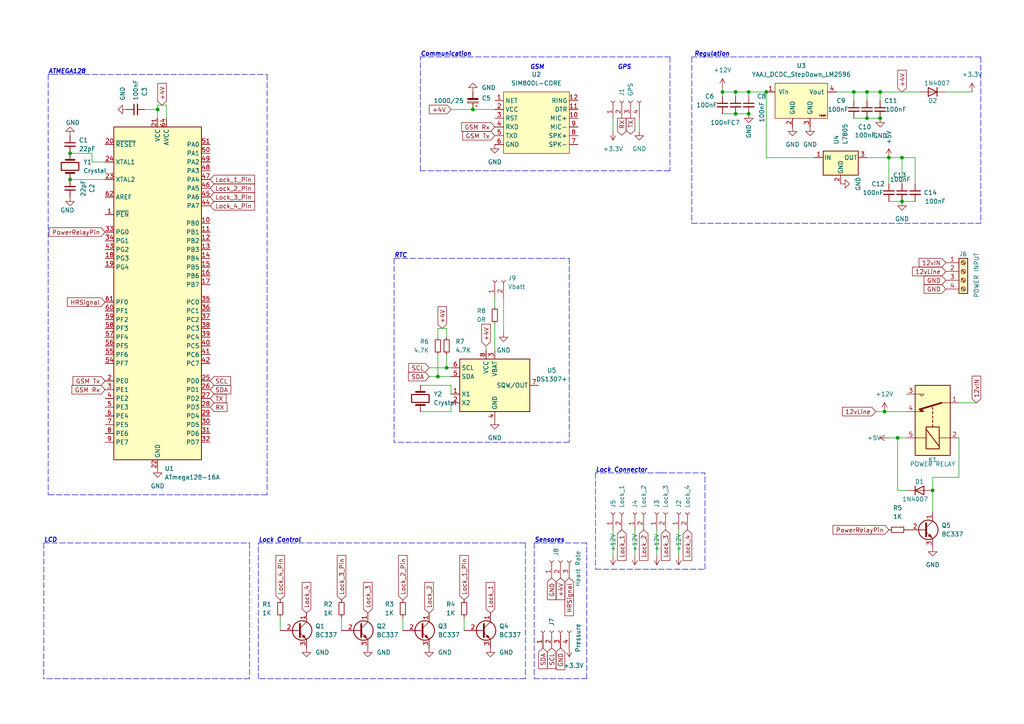
<source format=kicad_sch>
(kicad_sch (version 20211123) (generator eeschema)
  (paper "A4")
  (lib_symbols
    (symbol "Connector:Conn_01x02_Female" (pin_names (offset 1.016) hide)
      (property "Reference" "J" (at 0 2.54 0))
      (property "Value" "Conn_01x02_Female" (at 0 -5.08 0))
      (symbol "Conn_01x02_Female_1_1"
        (arc (start 0 -2.032) (mid -0.508 -2.54) (end 0 -3.048) (stroke (width 0.1524)))
        (polyline (pts (xy -1.27 -2.54) (xy -0.508 -2.54)) (stroke (width 0.1524)))
        (polyline (pts (xy -1.27 0) (xy -0.508 0)) (stroke (width 0.1524)))
        (arc (start 0 0.508) (mid -0.508 0) (end 0 -0.508) (stroke (width 0.1524)))
        (pin passive line (at -5.08 0 0) (length 3.81) (name "Pin_1") (number "1"))
        (pin passive line (at -5.08 -2.54 0) (length 3.81) (name "Pin_2") (number "2"))
      )
    )
    (symbol "Connector:Conn_01x03_Female" (pin_names (offset 1.016) hide)
      (property "Reference" "J" (at 0 5.08 0))
      (property "Value" "Conn_01x03_Female" (at 0 -5.08 0))
      (symbol "Conn_01x03_Female_1_1"
        (arc (start 0 -2.032) (mid -0.508 -2.54) (end 0 -3.048) (stroke (width 0.1524)))
        (polyline (pts (xy -1.27 -2.54) (xy -0.508 -2.54)) (stroke (width 0.1524)))
        (polyline (pts (xy -1.27 0) (xy -0.508 0)) (stroke (width 0.1524)))
        (polyline (pts (xy -1.27 2.54) (xy -0.508 2.54)) (stroke (width 0.1524)))
        (arc (start 0 0.508) (mid -0.508 0) (end 0 -0.508) (stroke (width 0.1524)))
        (arc (start 0 3.048) (mid -0.508 2.54) (end 0 2.032) (stroke (width 0.1524)))
        (pin passive line (at -5.08 2.54 0) (length 3.81) (name "Pin_1") (number "1"))
        (pin passive line (at -5.08 0 0) (length 3.81) (name "Pin_2") (number "2"))
        (pin passive line (at -5.08 -2.54 0) (length 3.81) (name "Pin_3") (number "3"))
      )
    )
    (symbol "Connector:Conn_01x04_Female" (pin_names (offset 1.016) hide)
      (property "Reference" "J" (at 0 5.08 0))
      (property "Value" "Conn_01x04_Female" (at 0 -7.62 0))
      (symbol "Conn_01x04_Female_1_1"
        (arc (start 0 -4.572) (mid -0.508 -5.08) (end 0 -5.588) (stroke (width 0.1524)))
        (arc (start 0 -2.032) (mid -0.508 -2.54) (end 0 -3.048) (stroke (width 0.1524)))
        (polyline (pts (xy -1.27 -5.08) (xy -0.508 -5.08)) (stroke (width 0.1524)))
        (polyline (pts (xy -1.27 -2.54) (xy -0.508 -2.54)) (stroke (width 0.1524)))
        (polyline (pts (xy -1.27 0) (xy -0.508 0)) (stroke (width 0.1524)))
        (polyline (pts (xy -1.27 2.54) (xy -0.508 2.54)) (stroke (width 0.1524)))
        (arc (start 0 0.508) (mid -0.508 0) (end 0 -0.508) (stroke (width 0.1524)))
        (arc (start 0 3.048) (mid -0.508 2.54) (end 0 2.032) (stroke (width 0.1524)))
        (pin passive line (at -5.08 2.54 0) (length 3.81) (name "Pin_1") (number "1"))
        (pin passive line (at -5.08 0 0) (length 3.81) (name "Pin_2") (number "2"))
        (pin passive line (at -5.08 -2.54 0) (length 3.81) (name "Pin_3") (number "3"))
        (pin passive line (at -5.08 -5.08 0) (length 3.81) (name "Pin_4") (number "4"))
      )
    )
    (symbol "Connector:Screw_Terminal_01x04" (pin_names (offset 1.016) hide)
      (property "Reference" "J" (at 0 5.08 0))
      (property "Value" "Screw_Terminal_01x04" (at 0 -7.62 0))
      (symbol "Screw_Terminal_01x04_1_1"
        (rectangle (start -1.27 3.81) (end 1.27 -6.35) (stroke (width 0.254)) (fill (type background)))
        (circle (center 0 -5.08) (radius 0.635) (stroke (width 0.1524)))
        (circle (center 0 -2.54) (radius 0.635) (stroke (width 0.1524)))
        (polyline (pts (xy -0.5334 -4.7498) (xy 0.3302 -5.588)) (stroke (width 0.1524)))
        (polyline (pts (xy -0.5334 -2.2098) (xy 0.3302 -3.048)) (stroke (width 0.1524)))
        (polyline (pts (xy -0.5334 0.3302) (xy 0.3302 -0.508)) (stroke (width 0.1524)))
        (polyline (pts (xy -0.5334 2.8702) (xy 0.3302 2.032)) (stroke (width 0.1524)))
        (polyline (pts (xy -0.3556 -4.572) (xy 0.508 -5.4102)) (stroke (width 0.1524)))
        (polyline (pts (xy -0.3556 -2.032) (xy 0.508 -2.8702)) (stroke (width 0.1524)))
        (polyline (pts (xy -0.3556 0.508) (xy 0.508 -0.3302)) (stroke (width 0.1524)))
        (polyline (pts (xy -0.3556 3.048) (xy 0.508 2.2098)) (stroke (width 0.1524)))
        (circle (center 0 0) (radius 0.635) (stroke (width 0.1524)))
        (circle (center 0 2.54) (radius 0.635) (stroke (width 0.1524)))
        (pin passive line (at -5.08 2.54 0) (length 3.81) (name "Pin_1") (number "1"))
        (pin passive line (at -5.08 0 0) (length 3.81) (name "Pin_2") (number "2"))
        (pin passive line (at -5.08 -2.54 0) (length 3.81) (name "Pin_3") (number "3"))
        (pin passive line (at -5.08 -5.08 0) (length 3.81) (name "Pin_4") (number "4"))
      )
    )
    (symbol "Device:C_Polarized_Small" (pin_numbers hide) (pin_names (offset 0.254) hide)
      (property "Reference" "C" (at 0.254 1.778 0))
      (property "Value" "C_Polarized_Small" (at 0.254 -2.032 0))
      (symbol "C_Polarized_Small_0_1"
        (rectangle (start -1.524 -0.3048) (end 1.524 -0.6858) (fill (type outline)))
        (rectangle (start -1.524 0.6858) (end 1.524 0.3048))
        (polyline (pts (xy -1.27 1.524) (xy -0.762 1.524)))
        (polyline (pts (xy -1.016 1.27) (xy -1.016 1.778)))
      )
      (symbol "C_Polarized_Small_1_1"
        (pin passive line (at 0 2.54 270) (length 1.8542) (name "~") (number "1"))
        (pin passive line (at 0 -2.54 90) (length 1.8542) (name "~") (number "2"))
      )
    )
    (symbol "Device:C_Small" (pin_numbers hide) (pin_names (offset 0.254) hide)
      (property "Reference" "C" (at 0.254 1.778 0))
      (property "Value" "C_Small" (at 0.254 -2.032 0))
      (symbol "C_Small_0_1"
        (polyline (pts (xy -1.524 -0.508) (xy 1.524 -0.508)) (stroke (width 0.3302)))
        (polyline (pts (xy -1.524 0.508) (xy 1.524 0.508)) (stroke (width 0.3048)))
      )
      (symbol "C_Small_1_1"
        (pin passive line (at 0 2.54 270) (length 2.032) (name "~") (number "1"))
        (pin passive line (at 0 -2.54 90) (length 2.032) (name "~") (number "2"))
      )
    )
    (symbol "Device:Crystal" (pin_numbers hide) (pin_names (offset 1.016) hide)
      (property "Reference" "Y" (at 0 3.81 0))
      (property "Value" "Crystal" (at 0 -3.81 0))
      (symbol "Crystal_0_1"
        (rectangle (start -1.143 2.54) (end 1.143 -2.54) (stroke (width 0.3048)))
        (polyline (pts (xy -2.54 0) (xy -1.905 0)))
        (polyline (pts (xy -1.905 -1.27) (xy -1.905 1.27)) (stroke (width 0.508)))
        (polyline (pts (xy 1.905 -1.27) (xy 1.905 1.27)) (stroke (width 0.508)))
        (polyline (pts (xy 2.54 0) (xy 1.905 0)))
      )
      (symbol "Crystal_1_1"
        (pin passive line (at -3.81 0 0) (length 1.27) (name "1") (number "1"))
        (pin passive line (at 3.81 0 180) (length 1.27) (name "2") (number "2"))
      )
    )
    (symbol "Device:R_Small" (pin_numbers hide) (pin_names (offset 0.254) hide)
      (property "Reference" "R" (at 0.762 0.508 0))
      (property "Value" "R_Small" (at 0.762 -1.016 0))
      (symbol "R_Small_0_1"
        (rectangle (start -0.762 1.778) (end 0.762 -1.778) (stroke (width 0.2032)))
      )
      (symbol "R_Small_1_1"
        (pin passive line (at 0 2.54 270) (length 0.762) (name "~") (number "1"))
        (pin passive line (at 0 -2.54 90) (length 0.762) (name "~") (number "2"))
      )
    )
    (symbol "Diode:1N4007" (pin_numbers hide) (pin_names (offset 1.016) hide)
      (property "Reference" "D" (at 0 2.54 0))
      (property "Value" "1N4007" (at 0 -2.54 0))
      (symbol "1N4007_0_1"
        (polyline (pts (xy -1.27 1.27) (xy -1.27 -1.27)) (stroke (width 0.254)))
        (polyline (pts (xy 1.27 0) (xy -1.27 0)))
        (polyline (pts (xy 1.27 1.27) (xy 1.27 -1.27) (xy -1.27 0) (xy 1.27 1.27)) (stroke (width 0.254)))
      )
      (symbol "1N4007_1_1"
        (pin passive line (at -3.81 0 0) (length 2.54) (name "K") (number "1"))
        (pin passive line (at 3.81 0 180) (length 2.54) (name "A") (number "2"))
      )
    )
    (symbol "GSM:SIM800L-CORE"
      (property "Reference" "U" (at -7.62 8.89 0))
      (property "Value" "SIM800L-CORE" (at 0 -12.7 0))
      (symbol "SIM800L-CORE_0_1"
        (rectangle (start -8.89 7.62) (end 10.16 -10.16) (stroke (width 0.1524)) (fill (type background)))
      )
      (symbol "SIM800L-CORE_1_1"
        (pin bidirectional line (at -11.43 5.08 0) (length 2.54) (name "NET") (number "1"))
        (pin output line (at 12.7 0 180) (length 2.54) (name "MIC+") (number "10"))
        (pin passive line (at 12.7 2.54 180) (length 2.54) (name "DTR") (number "11"))
        (pin output line (at 12.7 5.08 180) (length 2.54) (name "RING") (number "12"))
        (pin power_in line (at -11.43 2.54 0) (length 2.54) (name "VCC") (number "2"))
        (pin input line (at -11.43 0 0) (length 2.54) (name "RST") (number "3"))
        (pin input line (at -11.43 -2.54 0) (length 2.54) (name "RXD") (number "4"))
        (pin output line (at -11.43 -5.08 0) (length 2.54) (name "TXD") (number "5"))
        (pin power_in line (at -11.43 -7.62 0) (length 2.54) (name "GND") (number "6"))
        (pin output line (at 12.7 -7.62 180) (length 2.54) (name "SPK-") (number "7"))
        (pin output line (at 12.7 -5.08 180) (length 2.54) (name "SPK+") (number "8"))
        (pin output line (at 12.7 -2.54 180) (length 2.54) (name "MIC-") (number "9"))
      )
    )
    (symbol "MCU_Microchip_ATmega:ATmega128-16A"
      (property "Reference" "U" (at -12.7 49.53 0))
      (property "Value" "ATmega128-16A" (at 2.54 -49.53 0))
      (symbol "ATmega128-16A_0_1"
        (rectangle (start -12.7 -48.26) (end 12.7 48.26) (stroke (width 0.254)) (fill (type background)))
      )
      (symbol "ATmega128-16A_1_1"
        (pin input line (at -15.24 22.86 0) (length 2.54) (name "~{PEN}") (number "1"))
        (pin bidirectional line (at 15.24 20.32 180) (length 2.54) (name "PB0") (number "10"))
        (pin bidirectional line (at 15.24 17.78 180) (length 2.54) (name "PB1") (number "11"))
        (pin bidirectional line (at 15.24 15.24 180) (length 2.54) (name "PB2") (number "12"))
        (pin bidirectional line (at 15.24 12.7 180) (length 2.54) (name "PB3") (number "13"))
        (pin bidirectional line (at 15.24 10.16 180) (length 2.54) (name "PB4") (number "14"))
        (pin bidirectional line (at 15.24 7.62 180) (length 2.54) (name "PB5") (number "15"))
        (pin bidirectional line (at 15.24 5.08 180) (length 2.54) (name "PB6") (number "16"))
        (pin bidirectional line (at 15.24 2.54 180) (length 2.54) (name "PB7") (number "17"))
        (pin bidirectional line (at -15.24 10.16 0) (length 2.54) (name "PG3") (number "18"))
        (pin bidirectional line (at -15.24 7.62 0) (length 2.54) (name "PG4") (number "19"))
        (pin bidirectional line (at -15.24 -25.4 0) (length 2.54) (name "PE0") (number "2"))
        (pin input line (at -15.24 43.18 0) (length 2.54) (name "~{RESET}") (number "20"))
        (pin power_in line (at 0 50.8 270) (length 2.54) (name "VCC") (number "21"))
        (pin power_in line (at 0 -50.8 90) (length 2.54) (name "GND") (number "22"))
        (pin output line (at -15.24 33.02 0) (length 2.54) (name "XTAL2") (number "23"))
        (pin input line (at -15.24 38.1 0) (length 2.54) (name "XTAL1") (number "24"))
        (pin bidirectional line (at 15.24 -25.4 180) (length 2.54) (name "PD0") (number "25"))
        (pin bidirectional line (at 15.24 -27.94 180) (length 2.54) (name "PD1") (number "26"))
        (pin bidirectional line (at 15.24 -30.48 180) (length 2.54) (name "PD2") (number "27"))
        (pin bidirectional line (at 15.24 -33.02 180) (length 2.54) (name "PD3") (number "28"))
        (pin bidirectional line (at 15.24 -35.56 180) (length 2.54) (name "PD4") (number "29"))
        (pin bidirectional line (at -15.24 -27.94 0) (length 2.54) (name "PE1") (number "3"))
        (pin bidirectional line (at 15.24 -38.1 180) (length 2.54) (name "PD5") (number "30"))
        (pin bidirectional line (at 15.24 -40.64 180) (length 2.54) (name "PD6") (number "31"))
        (pin bidirectional line (at 15.24 -43.18 180) (length 2.54) (name "PD7") (number "32"))
        (pin bidirectional line (at -15.24 17.78 0) (length 2.54) (name "PG0") (number "33"))
        (pin bidirectional line (at -15.24 15.24 0) (length 2.54) (name "PG1") (number "34"))
        (pin bidirectional line (at 15.24 -2.54 180) (length 2.54) (name "PC0") (number "35"))
        (pin bidirectional line (at 15.24 -5.08 180) (length 2.54) (name "PC1") (number "36"))
        (pin bidirectional line (at 15.24 -7.62 180) (length 2.54) (name "PC2") (number "37"))
        (pin bidirectional line (at 15.24 -10.16 180) (length 2.54) (name "PC3") (number "38"))
        (pin bidirectional line (at 15.24 -12.7 180) (length 2.54) (name "PC4") (number "39"))
        (pin bidirectional line (at -15.24 -30.48 0) (length 2.54) (name "PE2") (number "4"))
        (pin bidirectional line (at 15.24 -15.24 180) (length 2.54) (name "PC5") (number "40"))
        (pin bidirectional line (at 15.24 -17.78 180) (length 2.54) (name "PC6") (number "41"))
        (pin bidirectional line (at 15.24 -20.32 180) (length 2.54) (name "PC7") (number "42"))
        (pin bidirectional line (at -15.24 12.7 0) (length 2.54) (name "PG2") (number "43"))
        (pin bidirectional line (at 15.24 25.4 180) (length 2.54) (name "PA7") (number "44"))
        (pin bidirectional line (at 15.24 27.94 180) (length 2.54) (name "PA6") (number "45"))
        (pin bidirectional line (at 15.24 30.48 180) (length 2.54) (name "PA5") (number "46"))
        (pin bidirectional line (at 15.24 33.02 180) (length 2.54) (name "PA4") (number "47"))
        (pin bidirectional line (at 15.24 35.56 180) (length 2.54) (name "PA3") (number "48"))
        (pin bidirectional line (at 15.24 38.1 180) (length 2.54) (name "PA2") (number "49"))
        (pin bidirectional line (at -15.24 -33.02 0) (length 2.54) (name "PE3") (number "5"))
        (pin bidirectional line (at 15.24 40.64 180) (length 2.54) (name "PA1") (number "50"))
        (pin bidirectional line (at 15.24 43.18 180) (length 2.54) (name "PA0") (number "51"))
        (pin passive line (at 0 50.8 270) (length 2.54) hide (name "VCC") (number "52"))
        (pin passive line (at 0 -50.8 90) (length 2.54) hide (name "GND") (number "53"))
        (pin bidirectional line (at -15.24 -20.32 0) (length 2.54) (name "PF7") (number "54"))
        (pin bidirectional line (at -15.24 -17.78 0) (length 2.54) (name "PF6") (number "55"))
        (pin bidirectional line (at -15.24 -15.24 0) (length 2.54) (name "PF5") (number "56"))
        (pin bidirectional line (at -15.24 -12.7 0) (length 2.54) (name "PF4") (number "57"))
        (pin bidirectional line (at -15.24 -10.16 0) (length 2.54) (name "PF3") (number "58"))
        (pin bidirectional line (at -15.24 -7.62 0) (length 2.54) (name "PF2") (number "59"))
        (pin bidirectional line (at -15.24 -35.56 0) (length 2.54) (name "PE4") (number "6"))
        (pin bidirectional line (at -15.24 -5.08 0) (length 2.54) (name "PF1") (number "60"))
        (pin bidirectional line (at -15.24 -2.54 0) (length 2.54) (name "PF0") (number "61"))
        (pin passive line (at -15.24 27.94 0) (length 2.54) (name "AREF") (number "62"))
        (pin passive line (at 0 -50.8 90) (length 2.54) hide (name "GND") (number "63"))
        (pin power_in line (at 2.54 50.8 270) (length 2.54) (name "AVCC") (number "64"))
        (pin bidirectional line (at -15.24 -38.1 0) (length 2.54) (name "PE5") (number "7"))
        (pin bidirectional line (at -15.24 -40.64 0) (length 2.54) (name "PE6") (number "8"))
        (pin bidirectional line (at -15.24 -43.18 0) (length 2.54) (name "PE7") (number "9"))
      )
    )
    (symbol "Regulator_Linear:L7805" (pin_names (offset 0.254))
      (property "Reference" "U" (at -3.81 3.175 0))
      (property "Value" "L7805" (at 0 3.175 0))
      (symbol "L7805_0_1"
        (rectangle (start -5.08 1.905) (end 5.08 -5.08) (stroke (width 0.254)) (fill (type background)))
      )
      (symbol "L7805_1_1"
        (pin power_in line (at -7.62 0 0) (length 2.54) (name "IN") (number "1"))
        (pin power_in line (at 0 -7.62 90) (length 2.54) (name "GND") (number "2"))
        (pin power_out line (at 7.62 0 180) (length 2.54) (name "OUT") (number "3"))
      )
    )
    (symbol "Relay:SANYOU_SRD_Form_C"
      (property "Reference" "K" (at 11.43 3.81 0))
      (property "Value" "SANYOU_SRD_Form_C" (at 11.43 1.27 0))
      (symbol "SANYOU_SRD_Form_C_0_0"
        (polyline (pts (xy 7.62 5.08) (xy 7.62 2.54) (xy 6.985 3.175) (xy 7.62 3.81)))
      )
      (symbol "SANYOU_SRD_Form_C_0_1"
        (rectangle (start -10.16 5.08) (end 10.16 -5.08) (stroke (width 0.254)) (fill (type background)))
        (rectangle (start -8.255 1.905) (end -1.905 -1.905) (stroke (width 0.254)))
        (polyline (pts (xy -7.62 -1.905) (xy -2.54 1.905)) (stroke (width 0.254)))
        (polyline (pts (xy -5.08 -5.08) (xy -5.08 -1.905)))
        (polyline (pts (xy -5.08 5.08) (xy -5.08 1.905)))
        (polyline (pts (xy -1.905 0) (xy -1.27 0)) (stroke (width 0.254)))
        (polyline (pts (xy -0.635 0) (xy 0 0)) (stroke (width 0.254)))
        (polyline (pts (xy 0.635 0) (xy 1.27 0)) (stroke (width 0.254)))
        (polyline (pts (xy 1.905 0) (xy 2.54 0)) (stroke (width 0.254)))
        (polyline (pts (xy 3.175 0) (xy 3.81 0)) (stroke (width 0.254)))
        (polyline (pts (xy 5.08 -2.54) (xy 3.175 3.81)) (stroke (width 0.508)))
        (polyline (pts (xy 5.08 -2.54) (xy 5.08 -5.08)))
      )
      (symbol "SANYOU_SRD_Form_C_1_1"
        (polyline (pts (xy 2.54 3.81) (xy 3.175 3.175) (xy 2.54 2.54) (xy 2.54 5.08)) (fill (type outline)))
        (pin passive line (at 5.08 -7.62 90) (length 2.54) (name "~") (number "1"))
        (pin passive line (at -5.08 -7.62 90) (length 2.54) (name "~") (number "2"))
        (pin passive line (at 7.62 7.62 270) (length 2.54) (name "~") (number "3"))
        (pin passive line (at 2.54 7.62 270) (length 2.54) (name "~") (number "4"))
        (pin passive line (at -5.08 7.62 270) (length 2.54) (name "~") (number "5"))
      )
    )
    (symbol "StepDown:YAAJ_DCDC_StepDown_LM2596" (pin_names (offset 1.016))
      (property "Reference" "U" (at -5.08 6.35 0))
      (property "Value" "YAAJ_DCDC_StepDown_LM2596" (at 0 11.43 0))
      (symbol "YAAJ_DCDC_StepDown_LM2596_0_1"
        (rectangle (start -7.62 5.08) (end 7.62 -5.08) (fill (type background)))
      )
      (symbol "YAAJ_DCDC_StepDown_LM2596_1_1"
        (text "Y@@V" (at 6.1976 -4.2672 0) (effects (font (size 0.508 0.508))))
        (pin power_in line (at -10.16 2.54 0) (length 2.54) (name "Vin") (number "1"))
        (pin power_in line (at -2.54 -7.62 90) (length 2.54) (name "GND") (number "2"))
        (pin power_in line (at 2.54 -7.62 90) (length 2.54) (name "GND") (number "3"))
        (pin power_out line (at 10.16 2.54 180) (length 2.54) (name "Vout") (number "4"))
      )
    )
    (symbol "Timer_RTC:DS1307+"
      (property "Reference" "U" (at -8.89 8.89 0))
      (property "Value" "DS1307+" (at 1.27 8.89 0))
      (symbol "DS1307+_0_1"
        (rectangle (start -10.16 7.62) (end 10.16 -7.62) (stroke (width 0.254)) (fill (type background)))
      )
      (symbol "DS1307+_1_1"
        (pin input line (at -12.7 -2.54 0) (length 2.54) (name "X1") (number "1"))
        (pin input line (at -12.7 -5.08 0) (length 2.54) (name "X2") (number "2"))
        (pin power_in line (at 0 10.16 270) (length 2.54) (name "VBAT") (number "3"))
        (pin power_in line (at 0 -10.16 90) (length 2.54) (name "GND") (number "4"))
        (pin bidirectional line (at -12.7 2.54 0) (length 2.54) (name "SDA") (number "5"))
        (pin input line (at -12.7 5.08 0) (length 2.54) (name "SCL") (number "6"))
        (pin open_collector line (at 12.7 0 180) (length 2.54) (name "SQW/OUT") (number "7"))
        (pin power_in line (at -2.54 10.16 270) (length 2.54) (name "VCC") (number "8"))
      )
    )
    (symbol "Transistor_BJT:BC337" (pin_names (offset 0) hide)
      (property "Reference" "Q" (at 5.08 1.905 0))
      (property "Value" "BC337" (at 5.08 0 0))
      (symbol "BC337_0_1"
        (polyline (pts (xy 0 0) (xy 0.635 0)))
        (polyline (pts (xy 0.635 0.635) (xy 2.54 2.54)))
        (polyline (pts (xy 0.635 -0.635) (xy 2.54 -2.54) (xy 2.54 -2.54)))
        (polyline (pts (xy 0.635 1.905) (xy 0.635 -1.905) (xy 0.635 -1.905)) (stroke (width 0.508)))
        (polyline (pts (xy 1.27 -1.778) (xy 1.778 -1.27) (xy 2.286 -2.286) (xy 1.27 -1.778) (xy 1.27 -1.778)) (fill (type outline)))
        (circle (center 1.27 0) (radius 2.8194) (stroke (width 0.254)))
      )
      (symbol "BC337_1_1"
        (pin passive line (at 2.54 5.08 270) (length 2.54) (name "C") (number "1"))
        (pin input line (at -5.08 0 0) (length 5.08) (name "B") (number "2"))
        (pin passive line (at 2.54 -5.08 90) (length 2.54) (name "E") (number "3"))
      )
    )
    (symbol "power:+12V" (power) (pin_names (offset 0))
      (property "Value" "+12V" (at 0 3.556 0))
      (symbol "+12V_0_1"
        (polyline (pts (xy -0.762 1.27) (xy 0 2.54)))
        (polyline (pts (xy 0 0) (xy 0 2.54)))
        (polyline (pts (xy 0 2.54) (xy 0.762 1.27)))
      )
      (symbol "+12V_1_1"
        (pin power_in line (at 0 0 90) (length 0) hide (name "+12V") (number "1"))
      )
    )
    (symbol "power:+3.3V" (power) (pin_names (offset 0))
      (property "Value" "+3.3V" (at 0 3.556 0))
      (symbol "+3.3V_0_1"
        (polyline (pts (xy -0.762 1.27) (xy 0 2.54)))
        (polyline (pts (xy 0 0) (xy 0 2.54)))
        (polyline (pts (xy 0 2.54) (xy 0.762 1.27)))
      )
      (symbol "+3.3V_1_1"
        (pin power_in line (at 0 0 90) (length 0) hide (name "+3.3V") (number "1"))
      )
    )
    (symbol "power:+5V" (power) (pin_names (offset 0))
      (property "Value" "+5V" (at 0 3.556 0))
      (symbol "+5V_0_1"
        (polyline (pts (xy -0.762 1.27) (xy 0 2.54)))
        (polyline (pts (xy 0 0) (xy 0 2.54)))
        (polyline (pts (xy 0 2.54) (xy 0.762 1.27)))
      )
      (symbol "+5V_1_1"
        (pin power_in line (at 0 0 90) (length 0) hide (name "+5V") (number "1"))
      )
    )
    (symbol "power:GND" (power) (pin_names (offset 0))
      (property "Value" "GND" (at 0 -3.81 0))
      (symbol "GND_0_1"
        (polyline (pts (xy 0 0) (xy 0 -1.27) (xy 1.27 -1.27) (xy 0 -2.54) (xy -1.27 -1.27) (xy 0 -1.27)))
      )
      (symbol "GND_1_1"
        (pin power_in line (at 0 0 270) (length 0) hide (name "GND") (number "1"))
      )
    )
  )
  (junction (at 137.16 31.75))
  (junction (at 270.51 142.24))
  (junction (at 209.55 26.67))
  (junction (at 256.54 119.38))
  (junction (at 251.46 34.29))
  (junction (at 260.35 127))
  (junction (at 251.46 26.67))
  (junction (at 45.72 31.75))
  (junction (at 261.62 58.42))
  (junction (at 213.36 26.67))
  (junction (at 222.25 26.67))
  (junction (at 247.65 26.67))
  (junction (at 217.17 33.02))
  (junction (at 261.62 45.72))
  (junction (at 129.54 106.68))
  (junction (at 127 109.22))
  (junction (at 20.32 52.07))
  (junction (at 213.36 33.02))
  (junction (at 255.27 26.67))
  (junction (at 20.32 44.45))
  (junction (at 255.27 34.29))
  (junction (at 217.17 26.67))
  (junction (at 257.81 45.72))
  (wire (pts (xy 127 109.22) (xy 130.81 109.22)))
  (wire (pts (xy 146.05 86.36) (xy 146.05 96.52)))
  (wire (pts (xy 217.17 26.67) (xy 217.17 27.94)))
  (polyline (pts (xy 191.77 137.16) (xy 204.47 137.16)))
  (polyline (pts (xy 165.1 128.27) (xy 114.3 128.27)))
  (wire (pts (xy 255.27 26.67) (xy 255.27 29.21)))
  (wire (pts (xy 124.46 106.68) (xy 129.54 106.68)))
  (polyline (pts (xy 194.31 16.51) (xy 194.31 49.53)))
  (polyline (pts (xy 15.24 21.59) (xy 77.47 21.59)))
  (wire (pts (xy 130.81 31.75) (xy 137.16 31.75)))
  (polyline (pts (xy 13.97 21.59) (xy 13.97 143.51)))
  (polyline (pts (xy 77.47 143.51) (xy 13.97 143.51)))
  (wire (pts (xy 134.62 179.07) (xy 134.62 182.88)))
  (wire (pts (xy 278.13 138.43) (xy 278.13 127)))
  (polyline (pts (xy 13.97 21.59) (xy 15.24 21.59)))
  (wire (pts (xy 190.5 161.29) (xy 190.5 153.67)))
  (wire (pts (xy 257.81 53.34) (xy 257.81 45.72)))
  (polyline (pts (xy 114.3 74.93) (xy 165.1 74.93)))
  (wire (pts (xy 209.55 26.67) (xy 209.55 27.94)))
  (wire (pts (xy 48.26 30.48) (xy 45.72 30.48)))
  (polyline (pts (xy 194.31 49.53) (xy 121.92 49.53)))
  (wire (pts (xy 196.85 161.29) (xy 196.85 153.67)))
  (wire (pts (xy 26.67 46.99) (xy 26.67 44.45)))
  (polyline (pts (xy 114.3 74.93) (xy 114.3 128.27)))
  (wire (pts (xy 185.42 34.29) (xy 185.42 38.1)))
  (polyline (pts (xy 121.92 49.53) (xy 121.92 16.51)))
  (wire (pts (xy 177.8 34.29) (xy 177.8 38.1)))
  (wire (pts (xy 254 119.38) (xy 256.54 119.38)))
  (wire (pts (xy 81.28 179.07) (xy 81.28 182.88)))
  (wire (pts (xy 209.55 26.67) (xy 213.36 26.67)))
  (polyline (pts (xy 165.1 74.93) (xy 165.1 128.27)))
  (polyline (pts (xy 72.39 157.48) (xy 72.39 196.85)))
  (wire (pts (xy 251.46 26.67) (xy 251.46 29.21)))
  (wire (pts (xy 255.27 26.67) (xy 266.7 26.67)))
  (wire (pts (xy 48.26 30.48) (xy 48.26 34.29)))
  (polyline (pts (xy 72.39 196.85) (xy 12.7 196.85)))
  (wire (pts (xy 45.72 31.75) (xy 45.72 34.29)))
  (wire (pts (xy 213.36 33.02) (xy 217.17 33.02)))
  (polyline (pts (xy 154.94 196.85) (xy 170.18 196.85)))
  (polyline (pts (xy 152.4 196.85) (xy 74.93 196.85)))
  (polyline (pts (xy 170.18 196.85) (xy 170.18 157.48)))
  (wire (pts (xy 265.43 53.34) (xy 265.43 45.72)))
  (wire (pts (xy 143.51 93.98) (xy 143.51 101.6)))
  (wire (pts (xy 124.46 109.22) (xy 127 109.22)))
  (wire (pts (xy 121.92 119.38) (xy 130.81 119.38)))
  (wire (pts (xy 129.54 95.25) (xy 127 95.25)))
  (polyline (pts (xy 284.48 16.51) (xy 200.66 16.51)))
  (polyline (pts (xy 204.47 165.1) (xy 204.47 137.16)))
  (wire (pts (xy 99.06 179.07) (xy 99.06 182.88)))
  (polyline (pts (xy 12.7 157.48) (xy 12.7 196.85)))
  (wire (pts (xy 257.81 127) (xy 260.35 127)))
  (wire (pts (xy 274.32 26.67) (xy 281.94 26.67)))
  (polyline (pts (xy 170.18 157.48) (xy 154.94 157.48)))
  (wire (pts (xy 30.48 46.99) (xy 26.67 46.99)))
  (wire (pts (xy 45.72 30.48) (xy 45.72 31.75)))
  (wire (pts (xy 130.81 114.3) (xy 130.81 111.76)))
  (polyline (pts (xy 74.93 157.48) (xy 77.47 157.48)))
  (wire (pts (xy 217.17 26.67) (xy 222.25 26.67)))
  (wire (pts (xy 256.54 119.38) (xy 262.89 119.38)))
  (wire (pts (xy 270.51 148.59) (xy 270.51 142.24)))
  (polyline (pts (xy 74.93 196.85) (xy 74.93 157.48)))
  (wire (pts (xy 209.55 25.4) (xy 209.55 26.67)))
  (wire (pts (xy 247.65 26.67) (xy 247.65 29.21)))
  (polyline (pts (xy 121.92 16.51) (xy 194.31 16.51)))
  (wire (pts (xy 247.65 26.67) (xy 251.46 26.67)))
  (wire (pts (xy 251.46 26.67) (xy 255.27 26.67)))
  (wire (pts (xy 260.35 127) (xy 262.89 127)))
  (polyline (pts (xy 200.66 64.77) (xy 284.48 64.77)))
  (wire (pts (xy 26.67 44.45) (xy 20.32 44.45)))
  (polyline (pts (xy 172.72 165.1) (xy 204.47 165.1)))
  (polyline (pts (xy 172.72 137.16) (xy 172.72 165.1)))
  (wire (pts (xy 262.89 142.24) (xy 260.35 142.24)))
  (wire (pts (xy 209.55 33.02) (xy 213.36 33.02)))
  (wire (pts (xy 261.62 45.72) (xy 265.43 45.72)))
  (polyline (pts (xy 152.4 157.48) (xy 152.4 196.85)))
  (polyline (pts (xy 284.48 16.51) (xy 284.48 64.77)))
  (polyline (pts (xy 200.66 16.51) (xy 200.66 64.77)))
  (wire (pts (xy 143.51 86.36) (xy 143.51 88.9)))
  (polyline (pts (xy 191.77 137.16) (xy 172.72 137.16)))
  (wire (pts (xy 283.21 116.84) (xy 278.13 116.84)))
  (wire (pts (xy 251.46 45.72) (xy 257.81 45.72)))
  (wire (pts (xy 140.97 100.33) (xy 140.97 101.6)))
  (wire (pts (xy 129.54 97.79) (xy 129.54 95.25)))
  (wire (pts (xy 121.92 111.76) (xy 130.81 111.76)))
  (wire (pts (xy 261.62 58.42) (xy 257.81 58.42)))
  (wire (pts (xy 137.16 31.75) (xy 143.51 31.75)))
  (wire (pts (xy 127 102.87) (xy 127 109.22)))
  (wire (pts (xy 129.54 106.68) (xy 130.81 106.68)))
  (polyline (pts (xy 154.94 157.48) (xy 154.94 196.85)))
  (wire (pts (xy 251.46 34.29) (xy 255.27 34.29)))
  (wire (pts (xy 20.32 52.07) (xy 30.48 52.07)))
  (wire (pts (xy 222.25 45.72) (xy 222.25 26.67)))
  (wire (pts (xy 129.54 102.87) (xy 129.54 106.68)))
  (wire (pts (xy 247.65 34.29) (xy 251.46 34.29)))
  (wire (pts (xy 261.62 53.34) (xy 261.62 45.72)))
  (wire (pts (xy 130.81 119.38) (xy 130.81 116.84)))
  (polyline (pts (xy 12.7 157.48) (xy 72.39 157.48)))
  (wire (pts (xy 213.36 26.67) (xy 213.36 27.94)))
  (wire (pts (xy 184.15 161.29) (xy 184.15 153.67)))
  (polyline (pts (xy 77.47 157.48) (xy 152.4 157.48)))
  (wire (pts (xy 242.57 26.67) (xy 247.65 26.67)))
  (wire (pts (xy 257.81 45.72) (xy 261.62 45.72)))
  (wire (pts (xy 222.25 45.72) (xy 236.22 45.72)))
  (wire (pts (xy 260.35 142.24) (xy 260.35 127)))
  (wire (pts (xy 177.8 161.29) (xy 177.8 153.67)))
  (wire (pts (xy 213.36 26.67) (xy 217.17 26.67)))
  (wire (pts (xy 41.91 31.75) (xy 45.72 31.75)))
  (wire (pts (xy 270.51 142.24) (xy 270.51 138.43)))
  (polyline (pts (xy 77.47 21.59) (xy 77.47 143.51)))
  (wire (pts (xy 127 95.25) (xy 127 97.79)))
  (wire (pts (xy 265.43 58.42) (xy 261.62 58.42)))
  (wire (pts (xy 116.84 179.07) (xy 116.84 182.88)))
  (wire (pts (xy 270.51 138.43) (xy 278.13 138.43)))
  (text "Regulation\n" (at 201.2871 16.51 0) (effects (font (size 1.27 1.27) bold italic) (justify left bottom)))
  (text "RTC" (at 114.3 74.93 0) (effects (font (size 1.27 1.27) (thickness 0.254) bold italic) (justify left bottom)))
  (text "GPS\n" (at 179.07 20.32 0) (effects (font (size 1.27 1.27) bold italic) (justify left bottom)))
  (text "Communication\n" (at 121.92 16.51 0) (effects (font (size 1.27 1.27) bold italic) (justify left bottom)))
  (text "LCD" (at 12.7 157.48 0) (effects (font (size 1.27 1.27) (thickness 0.254) bold italic) (justify left bottom)))
  (text "Sensores" (at 163.83 157.48 180) (effects (font (size 1.27 1.27) bold italic) (justify right bottom)))
  (text "GSM\n" (at 153.67 20.32 0) (effects (font (size 1.27 1.27) bold italic) (justify left bottom)))
  (text "ATMEGA128\n" (at 13.97 21.59 0) (effects (font (size 1.27 1.27) bold italic) (justify left bottom)))
  (text "Lock Control\n" (at 74.93 157.48 0) (effects (font (size 1.27 1.27) bold italic) (justify left bottom)))
  (text "Lock Connector\n" (at 172.72 137.16 0) (effects (font (size 1.27 1.27) bold italic) (justify left bottom)))
  (global_label "GND" (shape input) (at 274.32 81.28 180) (property "Intersheet References" "${INTERSHEET_REFS}" (effects hide)))
  (global_label "GND" (shape input) (at 274.32 83.82 180) (property "Intersheet References" "${INTERSHEET_REFS}" (effects hide)))
  (global_label "Lock_1_Pin" (shape input) (at 60.96 52.07 0) (property "Intersheet References" "${INTERSHEET_REFS}" (effects hide)))
  (global_label "SCL" (shape input) (at 160.02 187.96 270) (property "Intersheet References" "${INTERSHEET_REFS}" (effects hide)))
  (global_label "12vLine" (shape input) (at 274.32 78.74 180) (property "Intersheet References" "${INTERSHEET_REFS}" (effects hide)))
  (global_label "Lock_4_Pin" (shape input) (at 81.28 173.99 90) (property "Intersheet References" "${INTERSHEET_REFS}" (effects hide)))
  (global_label "SDA" (shape input) (at 60.96 113.03 0) (property "Intersheet References" "${INTERSHEET_REFS}" (effects hide)))
  (global_label "GND" (shape input) (at 162.56 187.96 270) (property "Intersheet References" "${INTERSHEET_REFS}" (effects hide)))
  (global_label "12vIN" (shape input) (at 274.32 76.2 180) (property "Intersheet References" "${INTERSHEET_REFS}" (effects hide)))
  (global_label "+4V" (shape input) (at 46.99 30.48 90) (property "Intersheet References" "${INTERSHEET_REFS}" (effects hide)))
  (global_label "Lock_2_Pin" (shape input) (at 116.84 173.99 90) (property "Intersheet References" "${INTERSHEET_REFS}" (effects hide)))
  (global_label "SDA" (shape input) (at 124.46 109.22 180) (property "Intersheet References" "${INTERSHEET_REFS}" (effects hide)))
  (global_label "Lock_3" (shape input) (at 193.04 153.67 270) (property "Intersheet References" "${INTERSHEET_REFS}" (effects hide)))
  (global_label "Lock_2" (shape input) (at 124.46 177.8 90) (property "Intersheet References" "${INTERSHEET_REFS}" (effects hide)))
  (global_label "GSM Tx" (shape input) (at 143.51 39.37 180) (property "Intersheet References" "${INTERSHEET_REFS}" (effects hide)))
  (global_label "+4V" (shape input) (at 261.62 26.67 90) (property "Intersheet References" "${INTERSHEET_REFS}" (effects hide)))
  (global_label "SCL" (shape input) (at 60.96 110.49 0) (property "Intersheet References" "${INTERSHEET_REFS}" (effects hide)))
  (global_label "Lock_1" (shape input) (at 142.24 177.8 90) (property "Intersheet References" "${INTERSHEET_REFS}" (effects hide)))
  (global_label "TX" (shape input) (at 60.96 115.57 0) (property "Intersheet References" "${INTERSHEET_REFS}" (effects hide)))
  (global_label "Lock_1" (shape input) (at 180.34 153.67 270) (property "Intersheet References" "${INTERSHEET_REFS}" (effects hide)))
  (global_label "RX" (shape input) (at 60.96 118.11 0) (property "Intersheet References" "${INTERSHEET_REFS}" (effects hide)))
  (global_label "12vIN" (shape input) (at 283.21 116.84 90) (property "Intersheet References" "${INTERSHEET_REFS}" (effects hide)))
  (global_label "GND" (shape input) (at 160.02 167.64 270) (property "Intersheet References" "${INTERSHEET_REFS}" (effects hide)))
  (global_label "+4V" (shape input) (at 162.56 167.64 270) (property "Intersheet References" "${INTERSHEET_REFS}" (effects hide)))
  (global_label "+4V" (shape input) (at 128.27 95.25 90) (property "Intersheet References" "${INTERSHEET_REFS}" (effects hide)))
  (global_label "Lock_4_Pin" (shape input) (at 60.96 59.69 0) (property "Intersheet References" "${INTERSHEET_REFS}" (effects hide)))
  (global_label "HRSignal" (shape input) (at 30.48 87.63 180) (property "Intersheet References" "${INTERSHEET_REFS}" (effects hide)))
  (global_label "RX" (shape output) (at 180.34 34.29 270) (property "Intersheet References" "${INTERSHEET_REFS}" (effects hide)))
  (global_label "Lock_4" (shape input) (at 199.39 153.67 270) (property "Intersheet References" "${INTERSHEET_REFS}" (effects hide)))
  (global_label "12vLine" (shape input) (at 254 119.38 180) (property "Intersheet References" "${INTERSHEET_REFS}" (effects hide)))
  (global_label "Lock_1_Pin" (shape input) (at 134.62 173.99 90) (property "Intersheet References" "${INTERSHEET_REFS}" (effects hide)))
  (global_label "HRSignal" (shape input) (at 165.1 167.64 270) (property "Intersheet References" "${INTERSHEET_REFS}" (effects hide)))
  (global_label "GSM Tx" (shape input) (at 30.48 110.49 180) (property "Intersheet References" "${INTERSHEET_REFS}" (effects hide)))
  (global_label "Lock_4" (shape input) (at 88.9 177.8 90) (property "Intersheet References" "${INTERSHEET_REFS}" (effects hide)))
  (global_label "PowerRelayPin" (shape input) (at 30.48 67.31 180) (property "Intersheet References" "${INTERSHEET_REFS}" (effects hide)))
  (global_label "Lock_2" (shape input) (at 186.69 153.67 270) (property "Intersheet References" "${INTERSHEET_REFS}" (effects hide)))
  (global_label "Lock_2_Pin" (shape input) (at 60.96 54.61 0) (property "Intersheet References" "${INTERSHEET_REFS}" (effects hide)))
  (global_label "Lock_3" (shape input) (at 106.68 177.8 90) (property "Intersheet References" "${INTERSHEET_REFS}" (effects hide)))
  (global_label "GSM Rx" (shape input) (at 143.51 36.83 180) (property "Intersheet References" "${INTERSHEET_REFS}" (effects hide)))
  (global_label "+4V" (shape input) (at 140.97 100.33 90) (property "Intersheet References" "${INTERSHEET_REFS}" (effects hide)))
  (global_label "TX" (shape output) (at 182.88 34.29 270) (property "Intersheet References" "${INTERSHEET_REFS}" (effects hide)))
  (global_label "+4V" (shape input) (at 130.81 31.75 180) (property "Intersheet References" "${INTERSHEET_REFS}" (effects hide)))
  (global_label "SDA" (shape input) (at 157.48 187.96 270) (property "Intersheet References" "${INTERSHEET_REFS}" (effects hide)))
  (global_label "GSM Rx" (shape input) (at 30.48 113.03 180) (property "Intersheet References" "${INTERSHEET_REFS}" (effects hide)))
  (global_label "Lock_3_Pin" (shape input) (at 60.96 57.15 0) (property "Intersheet References" "${INTERSHEET_REFS}" (effects hide)))
  (global_label "SCL" (shape input) (at 124.46 106.68 180) (property "Intersheet References" "${INTERSHEET_REFS}" (effects hide)))
  (global_label "PowerRelayPin" (shape input) (at 257.81 153.67 180) (property "Intersheet References" "${INTERSHEET_REFS}" (effects hide)))
  (global_label "Lock_3_Pin" (shape input) (at 99.06 173.99 90) (property "Intersheet References" "${INTERSHEET_REFS}" (effects hide)))
  (symbol (lib_id "Device:C_Small") (at 255.27 31.75 0) (mirror y) (unit 1)
    (property "Reference" "C11" (at 260.35 29.21 0) (effects (justify left)))
    (property "Value" "100nF" (at 262.89 31.75 0) (effects (justify left)))
    (property "Footprint" "Capacitor_THT:C_Disc_D4.3mm_W1.9mm_P5.00mm" (effects hide))
  )
  (symbol (lib_id "power:+5V") (at 257.81 127 90) (unit 1)
    (property "Reference" "#PWR018" (effects hide))
    (property "Value" "+5V" (at 251.46 127 90) (effects (justify right)))
  )
  (symbol (lib_id "power:GND") (at 243.84 53.34 90) (unit 1)
    (property "Reference" "#PWR016" (effects hide))
    (property "Value" "GND" (at 248.92 53.34 0))
  )
  (symbol (lib_id "Regulator_Linear:L7805") (at 243.84 45.72 0) (unit 1)
    (property "Reference" "U4" (at 242.5699 41.91 90) (effects (justify left)))
    (property "Value" "L7805" (at 245.1099 41.91 90) (effects (justify left)))
    (property "Footprint" "Package_TO_SOT_THT:TO-220-3_Vertical" (effects hide))
    (property "Datasheet" "http://www.st.com/content/ccc/resource/technical/document/datasheet/41/4f/b3/b0/12/d4/47/88/CD00000444.pdf/files/CD00000444.pdf/jcr:content/translations/en.CD00000444.pdf" (effects hide))
  )
  (symbol (lib_id "Connector:Conn_01x02_Female") (at 196.85 148.59 90) (unit 1)
    (property "Reference" "J2" (at 196.8499 147.32 0) (effects (justify left)))
    (property "Value" "Lock_4" (at 199.3899 147.32 0) (effects (justify left)))
    (property "Footprint" "Connector_Molex:Molex_KK-254_AE-6410-02A_1x02_P2.54mm_Vertical" (effects hide))
  )
  (symbol (lib_id "power:GND") (at 20.32 57.15 0) (unit 1)
    (property "Reference" "#PWR03" (effects hide))
    (property "Value" "GND" (at 21.59 60.96 0) (effects (justify right)))
  )
  (symbol (lib_id "power:+12V") (at 196.85 161.29 0) (mirror x) (unit 1)
    (property "Reference" "#PWR0105" (effects hide))
    (property "Value" "+12V" (at 196.8499 160.02 90) (effects (justify right)))
  )
  (symbol (lib_id "Connector:Conn_01x04_Female") (at 160.02 182.88 90) (unit 1)
    (property "Reference" "J7" (at 160.0199 181.61 0) (effects (justify left)))
    (property "Value" "Pressure" (at 167.64 189.23 0) (effects (justify left)))
    (property "Footprint" "Connector_PinHeader_2.54mm:PinHeader_1x04_P2.54mm_Vertical" (effects hide))
  )
  (symbol (lib_id "power:+12V") (at 184.15 161.29 0) (mirror x) (unit 1)
    (property "Reference" "#PWR0107" (effects hide))
    (property "Value" "+12V" (at 184.1499 160.02 90) (effects (justify right)))
  )
  (symbol (lib_id "GSM:SIM800L-CORE") (at 154.94 34.29 0) (unit 1)
    (property "Reference" "U2" (at 155.575 21.59 0))
    (property "Value" "SIM800L-CORE" (at 155.575 24.13 0))
    (property "Footprint" "GSM:SIM800L-CORE" (effects hide))
  )
  (symbol (lib_id "Device:R_Small") (at 143.51 91.44 0) (mirror x) (unit 1)
    (property "Reference" "R8" (at 140.97 90.1699 0) (effects (justify right)))
    (property "Value" "0R" (at 140.97 92.71 0) (effects (justify right)))
    (property "Footprint" "Resistor_THT:R_Axial_DIN0207_L6.3mm_D2.5mm_P7.62mm_Horizontal" (effects hide))
  )
  (symbol (lib_id "power:+12V") (at 209.55 25.4 0) (unit 1)
    (property "Reference" "#PWR05" (effects hide))
    (property "Value" "+12V" (at 209.55 20.32 0))
  )
  (symbol (lib_id "power:GND") (at 229.87 36.83 0) (unit 1)
    (property "Reference" "#PWR06" (effects hide))
    (property "Value" "GND" (at 229.87 41.91 0))
  )
  (symbol (lib_id "power:GND") (at 106.68 187.96 0) (unit 1)
    (property "Reference" "#PWR0109" (effects hide))
    (property "Value" "GND" (at 109.22 189.2299 0) (effects (justify left)))
  )
  (symbol (lib_id "power:GND") (at 270.51 158.75 0) (unit 1)
    (property "Reference" "#PWR0115" (effects hide))
    (property "Value" "GND" (at 270.51 163.83 0))
  )
  (symbol (lib_id "power:+3.3V") (at 165.1 187.96 180) (unit 1)
    (property "Reference" "#PWR0114" (effects hide))
    (property "Value" "+3.3V" (at 166.37 193.04 0))
  )
  (symbol (lib_id "Connector:Conn_01x02_Female") (at 177.8 148.59 90) (unit 1)
    (property "Reference" "J5" (at 177.7999 147.32 0) (effects (justify left)))
    (property "Value" "Lock_1" (at 180.3399 147.32 0) (effects (justify left)))
    (property "Footprint" "Connector_Molex:Molex_KK-254_AE-6410-02A_1x02_P2.54mm_Vertical" (effects hide))
  )
  (symbol (lib_id "Device:R_Small") (at 116.84 176.53 0) (mirror x) (unit 1)
    (property "Reference" "R3" (at 114.3 175.2599 0) (effects (justify right)))
    (property "Value" "1K" (at 114.3 177.7999 0) (effects (justify right)))
    (property "Footprint" "Resistor_THT:R_Axial_DIN0207_L6.3mm_D2.5mm_P7.62mm_Horizontal" (effects hide))
  )
  (symbol (lib_id "power:GND") (at 88.9 187.96 0) (unit 1)
    (property "Reference" "#PWR0110" (effects hide))
    (property "Value" "GND" (at 91.44 189.2299 0) (effects (justify left)))
  )
  (symbol (lib_id "Device:Crystal") (at 20.32 48.26 90) (unit 1)
    (property "Reference" "Y1" (at 24.13 46.9899 90) (effects (justify right)))
    (property "Value" "Crystal" (at 24.13 49.5299 90) (effects (justify right)))
    (property "Footprint" "Crystal:Crystal_HC49-U_Vertical" (effects hide))
  )
  (symbol (lib_id "Device:C_Small") (at 20.32 41.91 0) (unit 1)
    (property "Reference" "C1" (at 22.86 40.6462 0) (effects (justify left)))
    (property "Value" "22pF" (at 22.86 43.1862 0) (effects (justify left)))
    (property "Footprint" "Capacitor_THT:C_Disc_D3.0mm_W1.6mm_P2.50mm" (effects hide))
  )
  (symbol (lib_id "Connector:Conn_01x02_Female") (at 143.51 81.28 90) (unit 1)
    (property "Reference" "J9" (at 147.32 80.6449 90) (effects (justify right)))
    (property "Value" "Vbatt" (at 147.32 83.1849 90) (effects (justify right)))
    (property "Footprint" "Connector_Molex:Molex_KK-254_AE-6410-02A_1x02_P2.54mm_Vertical" (effects hide))
  )
  (symbol (lib_id "power:GND") (at 124.46 187.96 0) (unit 1)
    (property "Reference" "#PWR0108" (effects hide))
    (property "Value" "GND" (at 127 189.2299 0) (effects (justify left)))
  )
  (symbol (lib_id "Device:R_Small") (at 127 100.33 0) (mirror x) (unit 1)
    (property "Reference" "R6" (at 124.46 99.0599 0) (effects (justify right)))
    (property "Value" "4.7K" (at 124.46 101.5999 0) (effects (justify right)))
    (property "Footprint" "Resistor_THT:R_Axial_DIN0207_L6.3mm_D2.5mm_P7.62mm_Horizontal" (effects hide))
  )
  (symbol (lib_id "power:GND") (at 261.62 58.42 0) (unit 1)
    (property "Reference" "#PWR019" (effects hide))
    (property "Value" "GND" (at 261.62 63.5 0))
  )
  (symbol (lib_id "power:+5V") (at 257.81 45.72 0) (unit 1)
    (property "Reference" "#PWR017" (effects hide))
    (property "Value" "+5V" (at 257.8099 41.91 90) (effects (justify left)))
  )
  (symbol (lib_id "power:GND") (at 143.51 41.91 0) (unit 1)
    (property "Reference" "#PWR04" (effects hide))
    (property "Value" "GND" (at 143.51 46.99 0))
  )
  (symbol (lib_id "Device:C_Small") (at 265.43 55.88 0) (mirror y) (unit 1)
    (property "Reference" "C14" (at 271.78 55.88 0) (effects (justify left)))
    (property "Value" "100nF" (at 274.32 58.42 0) (effects (justify left)))
    (property "Footprint" "Capacitor_THT:C_Disc_D4.3mm_W1.9mm_P5.00mm" (effects hide))
  )
  (symbol (lib_id "power:+3.3V") (at 281.94 26.67 0) (unit 1)
    (property "Reference" "#PWR0118" (effects hide))
    (property "Value" "+3.3V" (at 281.94 21.59 0))
  )
  (symbol (lib_id "Diode:1N4007") (at 270.51 26.67 180) (unit 1)
    (property "Reference" "D2" (at 270.51 29.21 0))
    (property "Value" "1N4007" (at 271.78 24.13 0))
    (property "Footprint" "Diode_THT:D_DO-41_SOD81_P10.16mm_Horizontal" (effects hide))
    (property "Datasheet" "http://www.vishay.com/docs/88503/1n4001.pdf" (effects hide))
  )
  (symbol (lib_id "Transistor_BJT:BC337") (at 104.14 182.88 0) (unit 1)
    (property "Reference" "Q2" (at 109.22 181.6099 0) (effects (justify left)))
    (property "Value" "BC337" (at 109.22 184.1499 0) (effects (justify left)))
    (property "Footprint" "Package_TO_SOT_THT:TO-92_Inline" (effects hide))
    (property "Datasheet" "https://diotec.com/tl_files/diotec/files/pdf/datasheets/bc337.pdf" (effects hide))
  )
  (symbol (lib_id "Connector:Conn_01x02_Female") (at 190.5 148.59 90) (unit 1)
    (property "Reference" "J3" (at 190.4999 147.32 0) (effects (justify left)))
    (property "Value" "Lock_3" (at 193.0399 147.32 0) (effects (justify left)))
    (property "Footprint" "Connector_Molex:Molex_KK-254_AE-6410-02A_1x02_P2.54mm_Vertical" (effects hide))
  )
  (symbol (lib_id "power:GND") (at 185.42 38.1 0) (unit 1)
    (property "Reference" "#PWR0112" (effects hide))
    (property "Value" "GND" (at 185.42 43.18 0))
  )
  (symbol (lib_id "Device:C_Polarized_Small") (at 137.16 29.21 180) (unit 1)
    (property "Reference" "C5" (at 139.7 28.486 0) (effects (justify right)))
    (property "Value" "1000/25" (at 125.73 29.21 0) (effects (justify right)))
    (property "Footprint" "Capacitor_THT:CP_Radial_D8.0mm_P3.80mm" (effects hide))
  )
  (symbol (lib_id "power:GND") (at 137.16 26.67 180) (unit 1)
    (property "Reference" "#PWR0102" (effects hide))
    (property "Value" "GND" (at 139.7 25.3999 0) (effects (justify right)))
  )
  (symbol (lib_id "Device:Crystal") (at 121.92 115.57 90) (unit 1)
    (property "Reference" "Y2" (at 125.73 114.2999 90) (effects (justify right)))
    (property "Value" "Crystal" (at 125.73 116.8399 90) (effects (justify right)))
    (property "Footprint" "Crystal:Crystal_C26-LF_D2.1mm_L6.5mm_Vertical" (effects hide))
  )
  (symbol (lib_id "Device:R_Small") (at 129.54 100.33 180) (unit 1)
    (property "Reference" "R7" (at 132.08 99.0599 0) (effects (justify right)))
    (property "Value" "4.7K" (at 132.08 101.5999 0) (effects (justify right)))
    (property "Footprint" "Resistor_THT:R_Axial_DIN0207_L6.3mm_D2.5mm_P7.62mm_Horizontal" (effects hide))
  )
  (symbol (lib_id "power:GND") (at 142.24 187.96 0) (unit 1)
    (property "Reference" "#PWR0113" (effects hide))
    (property "Value" "GND" (at 144.78 189.2299 0) (effects (justify left)))
  )
  (symbol (lib_id "Connector:Screw_Terminal_01x04") (at 279.4 78.74 0) (unit 1)
    (property "Reference" "J6" (at 278.13 73.66 0) (effects (justify left)))
    (property "Value" "POWER INPUT" (at 283.21 86.36 90) (effects (justify left)))
    (property "Footprint" "TerminalBlock_Altech:Altech_AK300_1x04_P5.00mm_45-Degree" (effects hide))
  )
  (symbol (lib_id "power:+12V") (at 177.8 161.29 0) (mirror x) (unit 1)
    (property "Reference" "#PWR0106" (effects hide))
    (property "Value" "+12V" (at 177.7999 160.02 90) (effects (justify right)))
  )
  (symbol (lib_id "power:+3.3V") (at 177.8 38.1 180) (unit 1)
    (property "Reference" "#PWR0111" (effects hide))
    (property "Value" "+3.3V" (at 177.8 43.18 0))
  )
  (symbol (lib_id "power:+12V") (at 256.54 119.38 0) (unit 1)
    (property "Reference" "#PWR0116" (effects hide))
    (property "Value" "+12V" (at 256.54 114.3 0))
  )
  (symbol (lib_id "Device:C_Small") (at 247.65 31.75 0) (unit 1)
    (property "Reference" "C9" (at 242.57 29.21 0) (effects (justify left)))
    (property "Value" "100nF" (at 240.03 31.75 0) (effects (justify left)))
    (property "Footprint" "Capacitor_THT:C_Disc_D4.3mm_W1.9mm_P5.00mm" (effects hide))
  )
  (symbol (lib_id "Device:R_Small") (at 99.06 176.53 0) (mirror x) (unit 1)
    (property "Reference" "R2" (at 96.52 175.2599 0) (effects (justify right)))
    (property "Value" "1K" (at 96.52 177.7999 0) (effects (justify right)))
    (property "Footprint" "Resistor_THT:R_Axial_DIN0207_L6.3mm_D2.5mm_P7.62mm_Horizontal" (effects hide))
  )
  (symbol (lib_id "power:GND") (at 36.83 31.75 270) (unit 1)
    (property "Reference" "#PWR012" (effects hide))
    (property "Value" "GND" (at 35.5599 29.21 0) (effects (justify right)))
  )
  (symbol (lib_id "power:GND") (at 217.17 33.02 0) (unit 1)
    (property "Reference" "#PWR0101" (effects hide))
    (property "Value" "GND" (at 217.17 38.1 90))
  )
  (symbol (lib_id "Device:C_Small") (at 39.37 31.75 90) (unit 1)
    (property "Reference" "C3" (at 41.91 27.94 0) (effects (justify left)))
    (property "Value" "100nF" (at 39.37 29.21 0) (effects (justify left)))
    (property "Footprint" "Capacitor_THT:C_Disc_D4.3mm_W1.9mm_P5.00mm" (effects hide))
  )
  (symbol (lib_id "Transistor_BJT:BC337") (at 139.7 182.88 0) (unit 1)
    (property "Reference" "Q4" (at 144.78 181.6099 0) (effects (justify left)))
    (property "Value" "BC337" (at 144.78 184.1499 0) (effects (justify left)))
    (property "Footprint" "Package_TO_SOT_THT:TO-92_Inline" (effects hide))
    (property "Datasheet" "https://diotec.com/tl_files/diotec/files/pdf/datasheets/bc337.pdf" (effects hide))
  )
  (symbol (lib_id "Connector:Conn_01x03_Female") (at 162.56 162.56 90) (unit 1)
    (property "Reference" "J8" (at 161.2899 161.29 0) (effects (justify left)))
    (property "Value" "Heart Rate" (at 167.64 170.18 0) (effects (justify left)))
    (property "Footprint" "Connector_PinSocket_2.54mm:PinSocket_1x03_P2.54mm_Vertical" (effects hide))
  )
  (symbol (lib_id "power:GND") (at 20.32 39.37 180) (unit 1)
    (property "Reference" "#PWR01" (effects hide))
    (property "Value" "GND" (at 19.05 35.56 0) (effects (justify right)))
  )
  (symbol (lib_id "StepDown:YAAJ_DCDC_StepDown_LM2596") (at 232.41 29.21 0) (unit 1)
    (property "Reference" "U3" (at 232.41 19.05 0))
    (property "Value" "YAAJ_DCDC_StepDown_LM2596" (at 232.41 21.59 0))
    (property "Footprint" "StepDown:YAAJ_DCDC_StepDown_LM2596" (effects hide))
  )
  (symbol (lib_id "power:+12V") (at 190.5 161.29 0) (mirror x) (unit 1)
    (property "Reference" "#PWR0104" (effects hide))
    (property "Value" "+12V" (at 190.4999 160.02 90) (effects (justify right)))
  )
  (symbol (lib_id "power:GND") (at 234.95 36.83 0) (unit 1)
    (property "Reference" "#PWR07" (effects hide))
    (property "Value" "GND" (at 234.95 41.91 0))
  )
  (symbol (lib_id "power:GND") (at 143.51 121.92 0) (unit 1)
    (property "Reference" "#PWR08" (effects hide))
    (property "Value" "GND" (at 143.51 127 0))
  )
  (symbol (lib_id "Device:C_Small") (at 217.17 30.48 0) (mirror y) (unit 1)
    (property "Reference" "C8" (at 222.25 27.94 0) (effects (justify left)))
    (property "Value" "100nF" (at 220.98 35.56 90) (effects (justify left)))
    (property "Footprint" "Capacitor_THT:C_Disc_D4.3mm_W1.9mm_P5.00mm" (effects hide))
  )
  (symbol (lib_id "Device:C_Small") (at 20.32 54.61 180) (unit 1)
    (property "Reference" "C2" (at 26.67 54.61 90))
    (property "Value" "22pF" (at 24.13 54.61 90))
    (property "Footprint" "Capacitor_THT:C_Disc_D3.0mm_W1.6mm_P2.50mm" (effects hide))
  )
  (symbol (lib_id "power:GND") (at 45.72 135.89 0) (unit 1)
    (property "Reference" "#PWR02" (effects hide))
    (property "Value" "GND" (at 45.72 140.97 0))
  )
  (symbol (lib_id "Connector:Conn_01x04_Female") (at 180.34 29.21 90) (unit 1)
    (property "Reference" "J1" (at 180.3399 27.94 0) (effects (justify left)))
    (property "Value" "GPS" (at 182.8799 27.94 0) (effects (justify left)))
    (property "Footprint" "Connector_PinHeader_2.54mm:PinHeader_1x04_P2.54mm_Vertical" (effects hide))
  )
  (symbol (lib_id "Device:C_Small") (at 257.81 55.88 0) (unit 1)
    (property "Reference" "C12" (at 252.73 53.34 0) (effects (justify left)))
    (property "Value" "100nF" (at 250.19 55.88 0) (effects (justify left)))
    (property "Footprint" "Capacitor_THT:C_Disc_D4.3mm_W1.9mm_P5.00mm" (effects hide))
  )
  (symbol (lib_id "Transistor_BJT:BC337") (at 267.97 153.67 0) (unit 1)
    (property "Reference" "Q5" (at 273.05 152.3999 0) (effects (justify left)))
    (property "Value" "BC337" (at 273.05 154.9399 0) (effects (justify left)))
    (property "Footprint" "Package_TO_SOT_THT:TO-92_Inline" (effects hide))
    (property "Datasheet" "https://diotec.com/tl_files/diotec/files/pdf/datasheets/bc337.pdf" (effects hide))
  )
  (symbol (lib_id "Device:C_Small") (at 251.46 31.75 0) (mirror y) (unit 1)
    (property "Reference" "C10" (at 252.73 36.83 0) (effects (justify left)))
    (property "Value" "100nF" (at 253.9677 39.2345 0) (effects (justify left)))
    (property "Footprint" "Capacitor_THT:C_Disc_D4.3mm_W1.9mm_P5.00mm" (effects hide))
  )
  (symbol (lib_id "Relay:SANYOU_SRD_Form_C") (at 270.51 121.92 90) (unit 1)
    (property "Reference" "K1" (at 270.51 133.35 90))
    (property "Value" "POWER RELAY" (at 270.51 134.62 90))
    (property "Footprint" "Relay_THT:Relay_SPDT_SANYOU_SRD_Series_Form_C" (effects hide))
    (property "Datasheet" "http://www.sanyourelay.ca/public/products/pdf/SRD.pdf" (effects hide))
  )
  (symbol (lib_id "Device:R_Small") (at 81.28 176.53 0) (mirror x) (unit 1)
    (property "Reference" "R1" (at 78.74 175.2599 0) (effects (justify right)))
    (property "Value" "1K" (at 78.74 177.7999 0) (effects (justify right)))
    (property "Footprint" "Resistor_THT:R_Axial_DIN0207_L6.3mm_D2.5mm_P7.62mm_Horizontal" (effects hide))
  )
  (symbol (lib_id "Device:C_Small") (at 213.36 30.48 0) (mirror y) (unit 1)
    (property "Reference" "C7" (at 214.63 35.56 0) (effects (justify left)))
    (property "Value" "100nF" (at 212.09 35.56 0) (effects (justify left)))
    (property "Footprint" "Capacitor_THT:C_Disc_D4.3mm_W1.9mm_P5.00mm" (effects hide))
  )
  (symbol (lib_id "Device:C_Small") (at 209.55 30.48 0) (unit 1)
    (property "Reference" "C6" (at 204.47 27.94 0) (effects (justify left)))
    (property "Value" "100nF" (at 201.93 30.48 0) (effects (justify left)))
    (property "Footprint" "Capacitor_THT:C_Disc_D4.3mm_W1.9mm_P5.00mm" (effects hide))
  )
  (symbol (lib_id "Transistor_BJT:BC337") (at 121.92 182.88 0) (unit 1)
    (property "Reference" "Q3" (at 127 181.6099 0) (effects (justify left)))
    (property "Value" "BC337" (at 127 184.1499 0) (effects (justify left)))
    (property "Footprint" "Package_TO_SOT_THT:TO-92_Inline" (effects hide))
    (property "Datasheet" "https://diotec.com/tl_files/diotec/files/pdf/datasheets/bc337.pdf" (effects hide))
  )
  (symbol (lib_id "Diode:1N4007") (at 266.7 142.24 0) (unit 1)
    (property "Reference" "D1" (at 266.7 139.7 0))
    (property "Value" "1N4007" (at 265.43 144.78 0))
    (property "Footprint" "Diode_THT:D_DO-41_SOD81_P10.16mm_Horizontal" (effects hide))
    (property "Datasheet" "http://www.vishay.com/docs/88503/1n4001.pdf" (effects hide))
  )
  (symbol (lib_id "Device:R_Small") (at 260.35 153.67 90) (unit 1)
    (property "Reference" "R5" (at 260.35 147.32 90))
    (property "Value" "1K" (at 260.35 149.86 90))
    (property "Footprint" "Resistor_THT:R_Axial_DIN0207_L6.3mm_D2.5mm_P7.62mm_Horizontal" (effects hide))
  )
  (symbol (lib_id "Connector:Conn_01x02_Female") (at 184.15 148.59 90) (unit 1)
    (property "Reference" "J4" (at 184.1499 147.32 0) (effects (justify left)))
    (property "Value" "Lock_2" (at 186.6899 147.32 0) (effects (justify left)))
    (property "Footprint" "Connector_Molex:Molex_KK-254_AE-6410-02A_1x02_P2.54mm_Vertical" (effects hide))
  )
  (symbol (lib_id "Device:C_Small") (at 261.62 55.88 0) (mirror y) (unit 1)
    (property "Reference" "C13" (at 262.89 50.8 0) (effects (justify left)))
    (property "Value" "100nF" (at 264.16 52.07 0) (effects (justify left)))
    (property "Footprint" "Capacitor_THT:C_Disc_D4.3mm_W1.9mm_P5.00mm" (effects hide))
  )
  (symbol (lib_id "Device:R_Small") (at 134.62 176.53 0) (mirror x) (unit 1)
    (property "Reference" "R4" (at 132.08 175.2599 0) (effects (justify right)))
    (property "Value" "1K" (at 132.08 177.7999 0) (effects (justify right)))
    (property "Footprint" "Resistor_THT:R_Axial_DIN0207_L6.3mm_D2.5mm_P7.62mm_Horizontal" (effects hide))
  )
  (symbol (lib_id "Timer_RTC:DS1307+") (at 143.51 111.76 0) (unit 1)
    (property "Reference" "U5" (at 160.02 107.4293 0))
    (property "Value" "DS1307+" (at 160.02 109.9693 0))
    (property "Footprint" "Package_DIP:DIP-8_W7.62mm" (effects hide))
    (property "Datasheet" "https://datasheets.maximintegrated.com/en/ds/DS1307.pdf" (effects hide))
  )
  (symbol (lib_id "MCU_Microchip_ATmega:ATmega128-16A") (at 45.72 85.09 0) (unit 1)
    (property "Reference" "U1" (at 47.7394 135.89 0) (effects (justify left)))
    (property "Value" "ATmega128-16A" (at 47.7394 138.43 0) (effects (justify left)))
    (property "Footprint" "Package_QFP:TQFP-64_14x14mm_P0.8mm" (effects hide))
    (property "Datasheet" "http://ww1.microchip.com/downloads/en/DeviceDoc/doc2467.pdf" (effects hide))
  )
  (symbol (lib_id "power:GND") (at 146.05 96.52 0) (unit 1)
    (property "Reference" "#PWR09" (effects hide))
    (property "Value" "GND" (at 146.05 101.6 0))
  )
  (symbol (lib_id "Transistor_BJT:BC337") (at 86.36 182.88 0) (unit 1)
    (property "Reference" "Q1" (at 91.44 181.6099 0) (effects (justify left)))
    (property "Value" "BC337" (at 91.44 184.1499 0) (effects (justify left)))
    (property "Footprint" "Package_TO_SOT_THT:TO-92_Inline" (effects hide))
    (property "Datasheet" "https://diotec.com/tl_files/diotec/files/pdf/datasheets/bc337.pdf" (effects hide))
  )
  (symbol (lib_id "power:GND") (at 255.27 34.29 0) (unit 1)
    (property "Reference" "#PWR0103" (effects hide))
    (property "Value" "GND" (at 255.27 39.37 0))
  )
)
</source>
